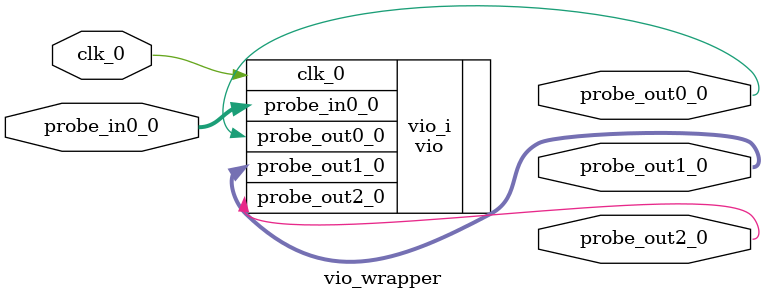
<source format=v>
`timescale 1 ps / 1 ps

module vio_wrapper
   (clk_0,
    probe_in0_0,
    probe_out0_0,
    probe_out1_0,
    probe_out2_0);
  input clk_0;
  input [31:0]probe_in0_0;
  output [0:0]probe_out0_0;
  output [3:0]probe_out1_0;
  output [0:0]probe_out2_0;

  wire clk_0;
  wire [31:0]probe_in0_0;
  wire [0:0]probe_out0_0;
  wire [3:0]probe_out1_0;
  wire [0:0]probe_out2_0;

  vio vio_i
       (.clk_0(clk_0),
        .probe_in0_0(probe_in0_0),
        .probe_out0_0(probe_out0_0),
        .probe_out1_0(probe_out1_0),
        .probe_out2_0(probe_out2_0));
endmodule

</source>
